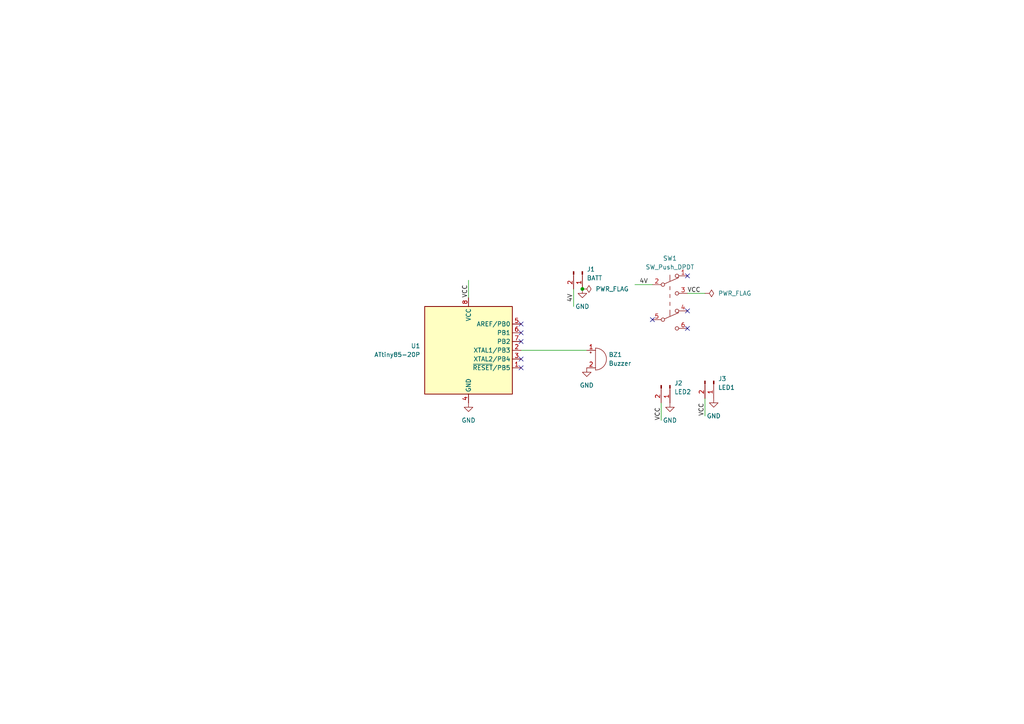
<source format=kicad_sch>
(kicad_sch (version 20211123) (generator eeschema)
  (paper "A4")
  (lib_symbols
    (symbol "Connector:Conn_01x02_Male" (pin_names (offset 1.016) hide)
      (property "Reference" "J" (at 0 2.54 0))
      (property "Value" "Conn_01x02_Male" (at 0 -5.08 0))
      (symbol "Conn_01x02_Male_1_1"
        (polyline (pts (xy 1.27 -2.54) (xy 0.8636 -2.54)) (stroke (width 0.1524)))
        (polyline (pts (xy 1.27 0) (xy 0.8636 0)) (stroke (width 0.1524)))
        (rectangle (start 0.8636 -2.413) (end 0 -2.667) (stroke (width 0.1524)) (fill (type outline)))
        (rectangle (start 0.8636 0.127) (end 0 -0.127) (stroke (width 0.1524)) (fill (type outline)))
        (pin passive line (at 5.08 0 180) (length 3.81) (name "Pin_1") (number "1"))
        (pin passive line (at 5.08 -2.54 180) (length 3.81) (name "Pin_2") (number "2"))
      )
    )
    (symbol "Device:Buzzer" (pin_names (offset 0.0254) hide)
      (property "Reference" "BZ" (at 3.81 1.27 0))
      (property "Value" "Buzzer" (at 3.81 -1.27 0))
      (symbol "Buzzer_0_1"
        (arc (start 0 -3.175) (mid 3.175 0) (end 0 3.175))
        (polyline (pts (xy -1.651 1.905) (xy -1.143 1.905)))
        (polyline (pts (xy -1.397 2.159) (xy -1.397 1.651)))
        (polyline (pts (xy 0 3.175) (xy 0 -3.175)))
      )
      (symbol "Buzzer_1_1"
        (pin passive line (at -2.54 2.54 0) (length 2.54) (name "-") (number "1"))
        (pin passive line (at -2.54 -2.54 0) (length 2.54) (name "+") (number "2"))
      )
    )
    (symbol "MCU_Microchip_ATtiny:ATtiny85-20P"
      (property "Reference" "U" (at -12.7 13.97 0))
      (property "Value" "ATtiny85-20P" (at 2.54 -13.97 0))
      (symbol "ATtiny85-20P_0_1"
        (rectangle (start -12.7 -12.7) (end 12.7 12.7) (stroke (width 0.254)) (fill (type background)))
      )
      (symbol "ATtiny85-20P_1_1"
        (pin bidirectional line (at 15.24 -5.08 180) (length 2.54) (name "~{RESET}/PB5") (number "1"))
        (pin bidirectional line (at 15.24 0 180) (length 2.54) (name "XTAL1/PB3") (number "2"))
        (pin bidirectional line (at 15.24 -2.54 180) (length 2.54) (name "XTAL2/PB4") (number "3"))
        (pin power_in line (at 0 -15.24 90) (length 2.54) (name "GND") (number "4"))
        (pin bidirectional line (at 15.24 7.62 180) (length 2.54) (name "AREF/PB0") (number "5"))
        (pin bidirectional line (at 15.24 5.08 180) (length 2.54) (name "PB1") (number "6"))
        (pin bidirectional line (at 15.24 2.54 180) (length 2.54) (name "PB2") (number "7"))
        (pin power_in line (at 0 15.24 270) (length 2.54) (name "VCC") (number "8"))
      )
    )
    (symbol "Switch:SW_Push_DPDT" (pin_names (offset 0) hide)
      (property "Reference" "SW" (at 0 8.89 0))
      (property "Value" "SW_Push_DPDT" (at 0 -10.16 0))
      (symbol "SW_Push_DPDT_0_0"
        (circle (center -2.032 -5.08) (radius 0.508))
        (circle (center -2.032 5.08) (radius 0.508))
        (circle (center 2.032 -7.62) (radius 0.508))
        (circle (center 2.032 2.54) (radius 0.508))
      )
      (symbol "SW_Push_DPDT_0_1"
        (polyline (pts (xy -1.524 -4.826) (xy 2.54 -3.048)))
        (polyline (pts (xy -1.524 5.334) (xy 2.54 7.112)))
        (polyline (pts (xy 0 -2.286) (xy 0 -4.064)))
        (polyline (pts (xy 0 -1.016) (xy 0 0)))
        (polyline (pts (xy 0 1.27) (xy 0 2.286)))
        (polyline (pts (xy 0 3.556) (xy 0 4.572)))
        (polyline (pts (xy 0 7.874) (xy 0 6.096)))
        (circle (center 2.032 -2.54) (radius 0.508))
        (circle (center 2.032 7.62) (radius 0.508))
      )
      (symbol "SW_Push_DPDT_1_1"
        (pin passive line (at 5.08 7.62 180) (length 2.54) (name "A") (number "1"))
        (pin passive line (at -5.08 5.08 0) (length 2.54) (name "B") (number "2"))
        (pin passive line (at 5.08 2.54 180) (length 2.54) (name "C") (number "3"))
        (pin passive line (at 5.08 -2.54 180) (length 2.54) (name "A") (number "4"))
        (pin passive line (at -5.08 -5.08 0) (length 2.54) (name "B") (number "5"))
        (pin passive line (at 5.08 -7.62 180) (length 2.54) (name "C") (number "6"))
      )
    )
    (symbol "power:GND" (power) (pin_names (offset 0))
      (property "Value" "GND" (at 0 -3.81 0))
      (symbol "GND_0_1"
        (polyline (pts (xy 0 0) (xy 0 -1.27) (xy 1.27 -1.27) (xy 0 -2.54) (xy -1.27 -1.27) (xy 0 -1.27)))
      )
      (symbol "GND_1_1"
        (pin power_in line (at 0 0 270) (length 0) hide (name "GND") (number "1"))
      )
    )
    (symbol "power:PWR_FLAG" (power) (pin_numbers hide) (pin_names (offset 0) hide)
      (property "Value" "PWR_FLAG" (at 0 3.81 0))
      (symbol "PWR_FLAG_0_0"
        (pin power_out line (at 0 0 90) (length 0) (name "pwr") (number "1"))
      )
      (symbol "PWR_FLAG_0_1"
        (polyline (pts (xy 0 0) (xy 0 1.27) (xy -1.016 1.905) (xy 0 2.54) (xy 1.016 1.905) (xy 0 1.27)))
      )
    )
  )
  (junction (at 168.91 83.82))
  (no_connect (at 199.39 90.17))
  (no_connect (at 151.13 96.52))
  (no_connect (at 199.39 95.25))
  (no_connect (at 199.39 80.01))
  (no_connect (at 189.23 92.71))
  (no_connect (at 151.13 93.98))
  (no_connect (at 151.13 104.14))
  (no_connect (at 151.13 106.68))
  (no_connect (at 151.13 99.06))
  (wire (pts (xy 166.37 83.82) (xy 166.37 88.9)))
  (wire (pts (xy 184.15 82.55) (xy 189.23 82.55)))
  (wire (pts (xy 191.77 121.92) (xy 191.77 116.84)))
  (wire (pts (xy 151.13 101.6) (xy 170.18 101.6)))
  (wire (pts (xy 199.39 85.09) (xy 204.47 85.09)))
  (wire (pts (xy 135.89 86.36) (xy 135.89 81.28)))
  (wire (pts (xy 204.47 120.65) (xy 204.47 115.57)))
  (label "4V" (at 166.37 87.63 90))
  (label "VCC" (at 203.2 85.09 180))
  (label "4V" (at 187.96 82.55 180))
  (label "VCC" (at 135.89 82.55 270))
  (label "VCC" (at 191.77 118.11 270))
  (label "VCC" (at 204.47 116.84 270))
  (symbol (lib_id "MCU_Microchip_ATtiny:ATtiny85-20P") (at 135.89 101.6 0) (unit 1)
    (property "Reference" "U1" (at 121.92 100.3299 0) (effects (justify right)))
    (property "Value" "ATtiny85-20P" (at 121.92 102.8699 0) (effects (justify right)))
    (property "Footprint" "Package_DIP:DIP-8_W7.62mm" (effects hide))
    (property "Datasheet" "http://ww1.microchip.com/downloads/en/DeviceDoc/atmel-2586-avr-8-bit-microcontroller-attiny25-attiny45-attiny85_datasheet.pdf" (effects hide))
  )
  (symbol (lib_id "power:GND") (at 168.91 83.82 0) (unit 1)
    (property "Reference" "#PWR02" (effects hide))
    (property "Value" "GND" (at 168.91 88.9 0))
  )
  (symbol (lib_id "Device:Buzzer") (at 172.72 104.14 0) (unit 1)
    (property "Reference" "BZ1" (at 176.53 102.8699 0) (effects (justify left)))
    (property "Value" "Buzzer" (at 176.53 105.4099 0) (effects (justify left)))
    (property "Footprint" "Buzzer_Beeper:MagneticBuzzer_ProSignal_ABT-410-RC" (effects hide))
  )
  (symbol (lib_id "Connector:Conn_01x02_Male") (at 207.01 110.49 270) (unit 1)
    (property "Reference" "J3" (at 208.28 109.8549 90) (effects (justify left)))
    (property "Value" "LED1" (at 208.28 112.3949 90) (effects (justify left)))
    (property "Footprint" "Connector_PinHeader_2.54mm:PinHeader_1x02_P2.54mm_Vertical" (effects hide))
  )
  (symbol (lib_id "power:GND") (at 170.18 106.68 0) (unit 1)
    (property "Reference" "#PWR03" (effects hide))
    (property "Value" "GND" (at 170.18 111.76 0))
  )
  (symbol (lib_id "power:GND") (at 207.01 115.57 0) (unit 1)
    (property "Reference" "#PWR05" (effects hide))
    (property "Value" "GND" (at 207.01 120.65 0))
  )
  (symbol (lib_id "power:PWR_FLAG") (at 168.91 83.82 270) (unit 1)
    (property "Reference" "#FLG0101" (effects hide))
    (property "Value" "PWR_FLAG" (at 172.72 83.8199 90) (effects (justify left)))
  )
  (symbol (lib_id "Connector:Conn_01x02_Male") (at 168.91 78.74 270) (unit 1)
    (property "Reference" "J1" (at 170.18 78.1049 90) (effects (justify left)))
    (property "Value" "BATT" (at 170.18 80.6449 90) (effects (justify left)))
    (property "Footprint" "Connector_PinHeader_2.54mm:PinHeader_1x02_P2.54mm_Vertical" (effects hide))
  )
  (symbol (lib_id "power:GND") (at 135.89 116.84 0) (unit 1)
    (property "Reference" "#PWR01" (effects hide))
    (property "Value" "GND" (at 135.89 121.92 0))
  )
  (symbol (lib_id "power:PWR_FLAG") (at 204.47 85.09 270) (unit 1)
    (property "Reference" "#FLG0102" (effects hide))
    (property "Value" "PWR_FLAG" (at 208.28 85.0899 90) (effects (justify left)))
  )
  (symbol (lib_id "Switch:SW_Push_DPDT") (at 194.31 87.63 0) (unit 1)
    (property "Reference" "SW1" (at 194.31 74.93 0))
    (property "Value" "SW_Push_DPDT" (at 194.31 77.47 0))
    (property "Footprint" "Button_Switch_THT:SW_Push_2P2T_Toggle_CK_PVA2OAH5xxxxxxV2" (effects hide))
  )
  (symbol (lib_id "power:GND") (at 194.31 116.84 0) (unit 1)
    (property "Reference" "#PWR04" (effects hide))
    (property "Value" "GND" (at 194.31 121.92 0))
  )
  (symbol (lib_id "Connector:Conn_01x02_Male") (at 194.31 111.76 270) (unit 1)
    (property "Reference" "J2" (at 195.58 111.1249 90) (effects (justify left)))
    (property "Value" "LED2" (at 195.58 113.6649 90) (effects (justify left)))
    (property "Footprint" "Connector_PinHeader_2.54mm:PinHeader_1x02_P2.54mm_Vertical" (effects hide))
  )
)
</source>
